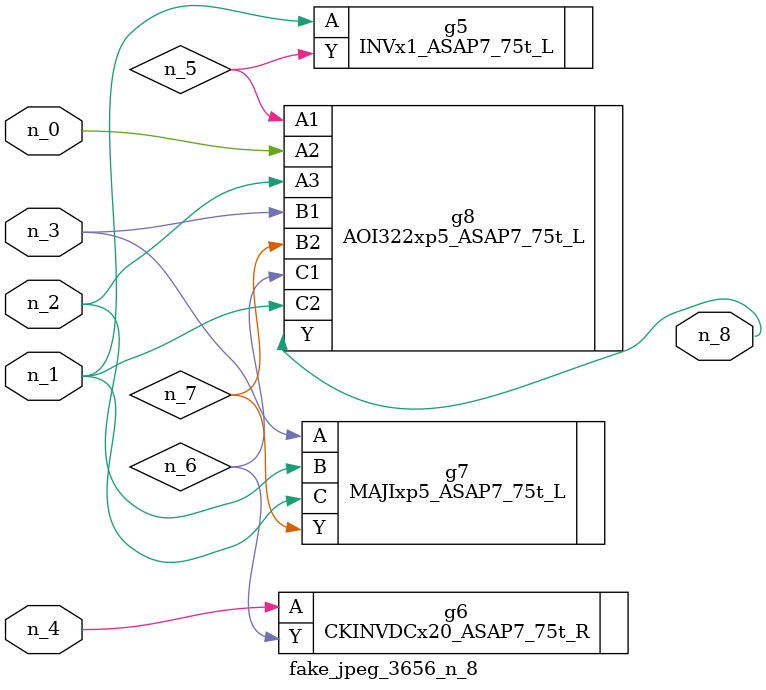
<source format=v>
module fake_jpeg_3656_n_8 (n_3, n_2, n_1, n_0, n_4, n_8);

input n_3;
input n_2;
input n_1;
input n_0;
input n_4;

output n_8;

wire n_6;
wire n_5;
wire n_7;

INVx1_ASAP7_75t_L g5 ( 
.A(n_1),
.Y(n_5)
);

CKINVDCx20_ASAP7_75t_R g6 ( 
.A(n_4),
.Y(n_6)
);

MAJIxp5_ASAP7_75t_L g7 ( 
.A(n_3),
.B(n_2),
.C(n_1),
.Y(n_7)
);

AOI322xp5_ASAP7_75t_L g8 ( 
.A1(n_5),
.A2(n_0),
.A3(n_2),
.B1(n_3),
.B2(n_7),
.C1(n_6),
.C2(n_1),
.Y(n_8)
);


endmodule
</source>
